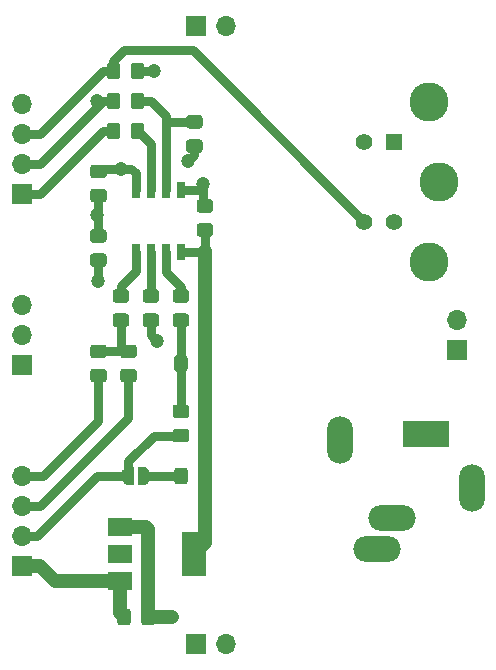
<source format=gbr>
G04 #@! TF.GenerationSoftware,KiCad,Pcbnew,(5.1.6)-1*
G04 #@! TF.CreationDate,2021-03-05T11:33:03+01:00*
G04 #@! TF.ProjectId,rfreplacement,72667265-706c-4616-9365-6d656e742e6b,rev?*
G04 #@! TF.SameCoordinates,Original*
G04 #@! TF.FileFunction,Copper,L1,Top*
G04 #@! TF.FilePolarity,Positive*
%FSLAX46Y46*%
G04 Gerber Fmt 4.6, Leading zero omitted, Abs format (unit mm)*
G04 Created by KiCad (PCBNEW (5.1.6)-1) date 2021-03-05 11:33:03*
%MOMM*%
%LPD*%
G01*
G04 APERTURE LIST*
G04 #@! TA.AperFunction,ComponentPad*
%ADD10O,2.200000X4.000000*%
G04 #@! TD*
G04 #@! TA.AperFunction,ComponentPad*
%ADD11O,4.000000X2.200000*%
G04 #@! TD*
G04 #@! TA.AperFunction,ComponentPad*
%ADD12R,4.000000X2.200000*%
G04 #@! TD*
G04 #@! TA.AperFunction,ComponentPad*
%ADD13C,3.306000*%
G04 #@! TD*
G04 #@! TA.AperFunction,ComponentPad*
%ADD14C,1.398000*%
G04 #@! TD*
G04 #@! TA.AperFunction,ComponentPad*
%ADD15R,1.398000X1.398000*%
G04 #@! TD*
G04 #@! TA.AperFunction,ComponentPad*
%ADD16O,1.700000X1.700000*%
G04 #@! TD*
G04 #@! TA.AperFunction,ComponentPad*
%ADD17R,1.700000X1.700000*%
G04 #@! TD*
G04 #@! TA.AperFunction,SMDPad,CuDef*
%ADD18R,0.800000X1.450000*%
G04 #@! TD*
G04 #@! TA.AperFunction,SMDPad,CuDef*
%ADD19C,0.100000*%
G04 #@! TD*
G04 #@! TA.AperFunction,SMDPad,CuDef*
%ADD20R,2.000000X3.800000*%
G04 #@! TD*
G04 #@! TA.AperFunction,SMDPad,CuDef*
%ADD21R,2.000000X1.500000*%
G04 #@! TD*
G04 #@! TA.AperFunction,ViaPad*
%ADD22C,1.200000*%
G04 #@! TD*
G04 #@! TA.AperFunction,Conductor*
%ADD23C,0.800000*%
G04 #@! TD*
G04 #@! TA.AperFunction,Conductor*
%ADD24C,1.200000*%
G04 #@! TD*
G04 APERTURE END LIST*
D10*
X146050000Y-96012000D03*
D11*
X138050000Y-101212000D03*
X139250000Y-98512000D03*
D10*
X134850000Y-91912000D03*
D12*
X142150000Y-91412000D03*
D13*
X142446000Y-63344000D03*
X142446000Y-76864000D03*
X143256000Y-70104000D03*
D14*
X136956000Y-73454000D03*
X139446000Y-73454000D03*
X136956000Y-66754000D03*
D15*
X139446000Y-66754000D03*
D16*
X125222000Y-56896000D03*
D17*
X122682000Y-56896000D03*
D16*
X125222000Y-109220000D03*
D17*
X122682000Y-109220000D03*
D16*
X144780000Y-81788000D03*
D17*
X144780000Y-84328000D03*
D16*
X107950000Y-80518000D03*
X107950000Y-83058000D03*
D17*
X107950000Y-85598000D03*
D16*
X107950000Y-94996000D03*
X107950000Y-97536000D03*
X107950000Y-100076000D03*
D17*
X107950000Y-102616000D03*
X107950000Y-71120000D03*
D16*
X107950000Y-68580000D03*
X107950000Y-66040000D03*
X107950000Y-63500000D03*
D18*
X121412000Y-70781000D03*
X120142000Y-70781000D03*
X118872000Y-70781000D03*
X117602000Y-70781000D03*
X121412000Y-76031000D03*
X120142000Y-76031000D03*
X118872000Y-76031000D03*
X117602000Y-76031000D03*
G04 #@! TA.AperFunction,SMDPad,CuDef*
G36*
G01*
X119211000Y-106483999D02*
X119211000Y-107384001D01*
G75*
G02*
X118961001Y-107634000I-249999J0D01*
G01*
X118310999Y-107634000D01*
G75*
G02*
X118061000Y-107384001I0J249999D01*
G01*
X118061000Y-106483999D01*
G75*
G02*
X118310999Y-106234000I249999J0D01*
G01*
X118961001Y-106234000D01*
G75*
G02*
X119211000Y-106483999I0J-249999D01*
G01*
G37*
G04 #@! TD.AperFunction*
G04 #@! TA.AperFunction,SMDPad,CuDef*
G36*
G01*
X117161000Y-106483999D02*
X117161000Y-107384001D01*
G75*
G02*
X116911001Y-107634000I-249999J0D01*
G01*
X116260999Y-107634000D01*
G75*
G02*
X116011000Y-107384001I0J249999D01*
G01*
X116011000Y-106483999D01*
G75*
G02*
X116260999Y-106234000I249999J0D01*
G01*
X116911001Y-106234000D01*
G75*
G02*
X117161000Y-106483999I0J-249999D01*
G01*
G37*
G04 #@! TD.AperFunction*
G04 #@! TA.AperFunction,SMDPad,CuDef*
G36*
G01*
X123894001Y-74752000D02*
X122993999Y-74752000D01*
G75*
G02*
X122744000Y-74502001I0J249999D01*
G01*
X122744000Y-73851999D01*
G75*
G02*
X122993999Y-73602000I249999J0D01*
G01*
X123894001Y-73602000D01*
G75*
G02*
X124144000Y-73851999I0J-249999D01*
G01*
X124144000Y-74502001D01*
G75*
G02*
X123894001Y-74752000I-249999J0D01*
G01*
G37*
G04 #@! TD.AperFunction*
G04 #@! TA.AperFunction,SMDPad,CuDef*
G36*
G01*
X123894001Y-72702000D02*
X122993999Y-72702000D01*
G75*
G02*
X122744000Y-72452001I0J249999D01*
G01*
X122744000Y-71801999D01*
G75*
G02*
X122993999Y-71552000I249999J0D01*
G01*
X123894001Y-71552000D01*
G75*
G02*
X124144000Y-71801999I0J-249999D01*
G01*
X124144000Y-72452001D01*
G75*
G02*
X123894001Y-72702000I-249999J0D01*
G01*
G37*
G04 #@! TD.AperFunction*
G04 #@! TA.AperFunction,SMDPad,CuDef*
G36*
G01*
X118421999Y-81231000D02*
X119322001Y-81231000D01*
G75*
G02*
X119572000Y-81480999I0J-249999D01*
G01*
X119572000Y-82131001D01*
G75*
G02*
X119322001Y-82381000I-249999J0D01*
G01*
X118421999Y-82381000D01*
G75*
G02*
X118172000Y-82131001I0J249999D01*
G01*
X118172000Y-81480999D01*
G75*
G02*
X118421999Y-81231000I249999J0D01*
G01*
G37*
G04 #@! TD.AperFunction*
G04 #@! TA.AperFunction,SMDPad,CuDef*
G36*
G01*
X118421999Y-79181000D02*
X119322001Y-79181000D01*
G75*
G02*
X119572000Y-79430999I0J-249999D01*
G01*
X119572000Y-80081001D01*
G75*
G02*
X119322001Y-80331000I-249999J0D01*
G01*
X118421999Y-80331000D01*
G75*
G02*
X118172000Y-80081001I0J249999D01*
G01*
X118172000Y-79430999D01*
G75*
G02*
X118421999Y-79181000I249999J0D01*
G01*
G37*
G04 #@! TD.AperFunction*
G04 #@! TA.AperFunction,SMDPad,CuDef*
G36*
G01*
X116782001Y-82381000D02*
X115881999Y-82381000D01*
G75*
G02*
X115632000Y-82131001I0J249999D01*
G01*
X115632000Y-81480999D01*
G75*
G02*
X115881999Y-81231000I249999J0D01*
G01*
X116782001Y-81231000D01*
G75*
G02*
X117032000Y-81480999I0J-249999D01*
G01*
X117032000Y-82131001D01*
G75*
G02*
X116782001Y-82381000I-249999J0D01*
G01*
G37*
G04 #@! TD.AperFunction*
G04 #@! TA.AperFunction,SMDPad,CuDef*
G36*
G01*
X116782001Y-80331000D02*
X115881999Y-80331000D01*
G75*
G02*
X115632000Y-80081001I0J249999D01*
G01*
X115632000Y-79430999D01*
G75*
G02*
X115881999Y-79181000I249999J0D01*
G01*
X116782001Y-79181000D01*
G75*
G02*
X117032000Y-79430999I0J-249999D01*
G01*
X117032000Y-80081001D01*
G75*
G02*
X116782001Y-80331000I-249999J0D01*
G01*
G37*
G04 #@! TD.AperFunction*
G04 #@! TA.AperFunction,SMDPad,CuDef*
G36*
G01*
X121862001Y-80331000D02*
X120961999Y-80331000D01*
G75*
G02*
X120712000Y-80081001I0J249999D01*
G01*
X120712000Y-79430999D01*
G75*
G02*
X120961999Y-79181000I249999J0D01*
G01*
X121862001Y-79181000D01*
G75*
G02*
X122112000Y-79430999I0J-249999D01*
G01*
X122112000Y-80081001D01*
G75*
G02*
X121862001Y-80331000I-249999J0D01*
G01*
G37*
G04 #@! TD.AperFunction*
G04 #@! TA.AperFunction,SMDPad,CuDef*
G36*
G01*
X121862001Y-82381000D02*
X120961999Y-82381000D01*
G75*
G02*
X120712000Y-82131001I0J249999D01*
G01*
X120712000Y-81480999D01*
G75*
G02*
X120961999Y-81231000I249999J0D01*
G01*
X121862001Y-81231000D01*
G75*
G02*
X122112000Y-81480999I0J-249999D01*
G01*
X122112000Y-82131001D01*
G75*
G02*
X121862001Y-82381000I-249999J0D01*
G01*
G37*
G04 #@! TD.AperFunction*
G04 #@! TA.AperFunction,SMDPad,CuDef*
D19*
G36*
X117767000Y-94246000D02*
G01*
X118267000Y-94246000D01*
X118267000Y-94246602D01*
X118291534Y-94246602D01*
X118340365Y-94251412D01*
X118388490Y-94260984D01*
X118435445Y-94275228D01*
X118480778Y-94294005D01*
X118524051Y-94317136D01*
X118564850Y-94344396D01*
X118602779Y-94375524D01*
X118637476Y-94410221D01*
X118668604Y-94448150D01*
X118695864Y-94488949D01*
X118718995Y-94532222D01*
X118737772Y-94577555D01*
X118752016Y-94624510D01*
X118761588Y-94672635D01*
X118766398Y-94721466D01*
X118766398Y-94746000D01*
X118767000Y-94746000D01*
X118767000Y-95246000D01*
X118766398Y-95246000D01*
X118766398Y-95270534D01*
X118761588Y-95319365D01*
X118752016Y-95367490D01*
X118737772Y-95414445D01*
X118718995Y-95459778D01*
X118695864Y-95503051D01*
X118668604Y-95543850D01*
X118637476Y-95581779D01*
X118602779Y-95616476D01*
X118564850Y-95647604D01*
X118524051Y-95674864D01*
X118480778Y-95697995D01*
X118435445Y-95716772D01*
X118388490Y-95731016D01*
X118340365Y-95740588D01*
X118291534Y-95745398D01*
X118267000Y-95745398D01*
X118267000Y-95746000D01*
X117767000Y-95746000D01*
X117767000Y-94246000D01*
G37*
G04 #@! TD.AperFunction*
G04 #@! TA.AperFunction,SMDPad,CuDef*
G36*
X116967000Y-95745398D02*
G01*
X116942466Y-95745398D01*
X116893635Y-95740588D01*
X116845510Y-95731016D01*
X116798555Y-95716772D01*
X116753222Y-95697995D01*
X116709949Y-95674864D01*
X116669150Y-95647604D01*
X116631221Y-95616476D01*
X116596524Y-95581779D01*
X116565396Y-95543850D01*
X116538136Y-95503051D01*
X116515005Y-95459778D01*
X116496228Y-95414445D01*
X116481984Y-95367490D01*
X116472412Y-95319365D01*
X116467602Y-95270534D01*
X116467602Y-95246000D01*
X116467000Y-95246000D01*
X116467000Y-94746000D01*
X116467602Y-94746000D01*
X116467602Y-94721466D01*
X116472412Y-94672635D01*
X116481984Y-94624510D01*
X116496228Y-94577555D01*
X116515005Y-94532222D01*
X116538136Y-94488949D01*
X116565396Y-94448150D01*
X116596524Y-94410221D01*
X116631221Y-94375524D01*
X116669150Y-94344396D01*
X116709949Y-94317136D01*
X116753222Y-94294005D01*
X116798555Y-94275228D01*
X116845510Y-94260984D01*
X116893635Y-94251412D01*
X116942466Y-94246602D01*
X116967000Y-94246602D01*
X116967000Y-94246000D01*
X117467000Y-94246000D01*
X117467000Y-95746000D01*
X116967000Y-95746000D01*
X116967000Y-95745398D01*
G37*
G04 #@! TD.AperFunction*
G04 #@! TA.AperFunction,SMDPad,CuDef*
G36*
G01*
X114877001Y-71831000D02*
X113976999Y-71831000D01*
G75*
G02*
X113727000Y-71581001I0J249999D01*
G01*
X113727000Y-70930999D01*
G75*
G02*
X113976999Y-70681000I249999J0D01*
G01*
X114877001Y-70681000D01*
G75*
G02*
X115127000Y-70930999I0J-249999D01*
G01*
X115127000Y-71581001D01*
G75*
G02*
X114877001Y-71831000I-249999J0D01*
G01*
G37*
G04 #@! TD.AperFunction*
G04 #@! TA.AperFunction,SMDPad,CuDef*
G36*
G01*
X114877001Y-69781000D02*
X113976999Y-69781000D01*
G75*
G02*
X113727000Y-69531001I0J249999D01*
G01*
X113727000Y-68880999D01*
G75*
G02*
X113976999Y-68631000I249999J0D01*
G01*
X114877001Y-68631000D01*
G75*
G02*
X115127000Y-68880999I0J-249999D01*
G01*
X115127000Y-69531001D01*
G75*
G02*
X114877001Y-69781000I-249999J0D01*
G01*
G37*
G04 #@! TD.AperFunction*
G04 #@! TA.AperFunction,SMDPad,CuDef*
G36*
G01*
X122104999Y-64440000D02*
X123005001Y-64440000D01*
G75*
G02*
X123255000Y-64689999I0J-249999D01*
G01*
X123255000Y-65340001D01*
G75*
G02*
X123005001Y-65590000I-249999J0D01*
G01*
X122104999Y-65590000D01*
G75*
G02*
X121855000Y-65340001I0J249999D01*
G01*
X121855000Y-64689999D01*
G75*
G02*
X122104999Y-64440000I249999J0D01*
G01*
G37*
G04 #@! TD.AperFunction*
G04 #@! TA.AperFunction,SMDPad,CuDef*
G36*
G01*
X122104999Y-66490000D02*
X123005001Y-66490000D01*
G75*
G02*
X123255000Y-66739999I0J-249999D01*
G01*
X123255000Y-67390001D01*
G75*
G02*
X123005001Y-67640000I-249999J0D01*
G01*
X122104999Y-67640000D01*
G75*
G02*
X121855000Y-67390001I0J249999D01*
G01*
X121855000Y-66739999D01*
G75*
G02*
X122104999Y-66490000I249999J0D01*
G01*
G37*
G04 #@! TD.AperFunction*
G04 #@! TA.AperFunction,SMDPad,CuDef*
G36*
G01*
X113976999Y-76151000D02*
X114877001Y-76151000D01*
G75*
G02*
X115127000Y-76400999I0J-249999D01*
G01*
X115127000Y-77051001D01*
G75*
G02*
X114877001Y-77301000I-249999J0D01*
G01*
X113976999Y-77301000D01*
G75*
G02*
X113727000Y-77051001I0J249999D01*
G01*
X113727000Y-76400999D01*
G75*
G02*
X113976999Y-76151000I249999J0D01*
G01*
G37*
G04 #@! TD.AperFunction*
G04 #@! TA.AperFunction,SMDPad,CuDef*
G36*
G01*
X113976999Y-74101000D02*
X114877001Y-74101000D01*
G75*
G02*
X115127000Y-74350999I0J-249999D01*
G01*
X115127000Y-75001001D01*
G75*
G02*
X114877001Y-75251000I-249999J0D01*
G01*
X113976999Y-75251000D01*
G75*
G02*
X113727000Y-75001001I0J249999D01*
G01*
X113727000Y-74350999D01*
G75*
G02*
X113976999Y-74101000I249999J0D01*
G01*
G37*
G04 #@! TD.AperFunction*
G04 #@! TA.AperFunction,SMDPad,CuDef*
G36*
G01*
X117172000Y-61156001D02*
X117172000Y-60255999D01*
G75*
G02*
X117421999Y-60006000I249999J0D01*
G01*
X118072001Y-60006000D01*
G75*
G02*
X118322000Y-60255999I0J-249999D01*
G01*
X118322000Y-61156001D01*
G75*
G02*
X118072001Y-61406000I-249999J0D01*
G01*
X117421999Y-61406000D01*
G75*
G02*
X117172000Y-61156001I0J249999D01*
G01*
G37*
G04 #@! TD.AperFunction*
G04 #@! TA.AperFunction,SMDPad,CuDef*
G36*
G01*
X115122000Y-61156001D02*
X115122000Y-60255999D01*
G75*
G02*
X115371999Y-60006000I249999J0D01*
G01*
X116022001Y-60006000D01*
G75*
G02*
X116272000Y-60255999I0J-249999D01*
G01*
X116272000Y-61156001D01*
G75*
G02*
X116022001Y-61406000I-249999J0D01*
G01*
X115371999Y-61406000D01*
G75*
G02*
X115122000Y-61156001I0J249999D01*
G01*
G37*
G04 #@! TD.AperFunction*
G04 #@! TA.AperFunction,SMDPad,CuDef*
G36*
G01*
X118322000Y-65335999D02*
X118322000Y-66236001D01*
G75*
G02*
X118072001Y-66486000I-249999J0D01*
G01*
X117421999Y-66486000D01*
G75*
G02*
X117172000Y-66236001I0J249999D01*
G01*
X117172000Y-65335999D01*
G75*
G02*
X117421999Y-65086000I249999J0D01*
G01*
X118072001Y-65086000D01*
G75*
G02*
X118322000Y-65335999I0J-249999D01*
G01*
G37*
G04 #@! TD.AperFunction*
G04 #@! TA.AperFunction,SMDPad,CuDef*
G36*
G01*
X116272000Y-65335999D02*
X116272000Y-66236001D01*
G75*
G02*
X116022001Y-66486000I-249999J0D01*
G01*
X115371999Y-66486000D01*
G75*
G02*
X115122000Y-66236001I0J249999D01*
G01*
X115122000Y-65335999D01*
G75*
G02*
X115371999Y-65086000I249999J0D01*
G01*
X116022001Y-65086000D01*
G75*
G02*
X116272000Y-65335999I0J-249999D01*
G01*
G37*
G04 #@! TD.AperFunction*
G04 #@! TA.AperFunction,SMDPad,CuDef*
G36*
G01*
X117172000Y-63696001D02*
X117172000Y-62795999D01*
G75*
G02*
X117421999Y-62546000I249999J0D01*
G01*
X118072001Y-62546000D01*
G75*
G02*
X118322000Y-62795999I0J-249999D01*
G01*
X118322000Y-63696001D01*
G75*
G02*
X118072001Y-63946000I-249999J0D01*
G01*
X117421999Y-63946000D01*
G75*
G02*
X117172000Y-63696001I0J249999D01*
G01*
G37*
G04 #@! TD.AperFunction*
G04 #@! TA.AperFunction,SMDPad,CuDef*
G36*
G01*
X115122000Y-63696001D02*
X115122000Y-62795999D01*
G75*
G02*
X115371999Y-62546000I249999J0D01*
G01*
X116022001Y-62546000D01*
G75*
G02*
X116272000Y-62795999I0J-249999D01*
G01*
X116272000Y-63696001D01*
G75*
G02*
X116022001Y-63946000I-249999J0D01*
G01*
X115371999Y-63946000D01*
G75*
G02*
X115122000Y-63696001I0J249999D01*
G01*
G37*
G04 #@! TD.AperFunction*
G04 #@! TA.AperFunction,SMDPad,CuDef*
G36*
G01*
X124037000Y-94545999D02*
X124037000Y-95446001D01*
G75*
G02*
X123787001Y-95696000I-249999J0D01*
G01*
X123136999Y-95696000D01*
G75*
G02*
X122887000Y-95446001I0J249999D01*
G01*
X122887000Y-94545999D01*
G75*
G02*
X123136999Y-94296000I249999J0D01*
G01*
X123787001Y-94296000D01*
G75*
G02*
X124037000Y-94545999I0J-249999D01*
G01*
G37*
G04 #@! TD.AperFunction*
G04 #@! TA.AperFunction,SMDPad,CuDef*
G36*
G01*
X121987000Y-94545999D02*
X121987000Y-95446001D01*
G75*
G02*
X121737001Y-95696000I-249999J0D01*
G01*
X121086999Y-95696000D01*
G75*
G02*
X120837000Y-95446001I0J249999D01*
G01*
X120837000Y-94545999D01*
G75*
G02*
X121086999Y-94296000I249999J0D01*
G01*
X121737001Y-94296000D01*
G75*
G02*
X121987000Y-94545999I0J-249999D01*
G01*
G37*
G04 #@! TD.AperFunction*
G04 #@! TA.AperFunction,SMDPad,CuDef*
G36*
G01*
X121987000Y-85020999D02*
X121987000Y-85921001D01*
G75*
G02*
X121737001Y-86171000I-249999J0D01*
G01*
X121086999Y-86171000D01*
G75*
G02*
X120837000Y-85921001I0J249999D01*
G01*
X120837000Y-85020999D01*
G75*
G02*
X121086999Y-84771000I249999J0D01*
G01*
X121737001Y-84771000D01*
G75*
G02*
X121987000Y-85020999I0J-249999D01*
G01*
G37*
G04 #@! TD.AperFunction*
G04 #@! TA.AperFunction,SMDPad,CuDef*
G36*
G01*
X124037000Y-85020999D02*
X124037000Y-85921001D01*
G75*
G02*
X123787001Y-86171000I-249999J0D01*
G01*
X123136999Y-86171000D01*
G75*
G02*
X122887000Y-85921001I0J249999D01*
G01*
X122887000Y-85020999D01*
G75*
G02*
X123136999Y-84771000I249999J0D01*
G01*
X123787001Y-84771000D01*
G75*
G02*
X124037000Y-85020999I0J-249999D01*
G01*
G37*
G04 #@! TD.AperFunction*
G04 #@! TA.AperFunction,SMDPad,CuDef*
G36*
G01*
X120961999Y-88951000D02*
X121862001Y-88951000D01*
G75*
G02*
X122112000Y-89200999I0J-249999D01*
G01*
X122112000Y-89851001D01*
G75*
G02*
X121862001Y-90101000I-249999J0D01*
G01*
X120961999Y-90101000D01*
G75*
G02*
X120712000Y-89851001I0J249999D01*
G01*
X120712000Y-89200999D01*
G75*
G02*
X120961999Y-88951000I249999J0D01*
G01*
G37*
G04 #@! TD.AperFunction*
G04 #@! TA.AperFunction,SMDPad,CuDef*
G36*
G01*
X120961999Y-91001000D02*
X121862001Y-91001000D01*
G75*
G02*
X122112000Y-91250999I0J-249999D01*
G01*
X122112000Y-91901001D01*
G75*
G02*
X121862001Y-92151000I-249999J0D01*
G01*
X120961999Y-92151000D01*
G75*
G02*
X120712000Y-91901001I0J249999D01*
G01*
X120712000Y-91250999D01*
G75*
G02*
X120961999Y-91001000I249999J0D01*
G01*
G37*
G04 #@! TD.AperFunction*
G04 #@! TA.AperFunction,SMDPad,CuDef*
G36*
G01*
X114877001Y-85021000D02*
X113976999Y-85021000D01*
G75*
G02*
X113727000Y-84771001I0J249999D01*
G01*
X113727000Y-84120999D01*
G75*
G02*
X113976999Y-83871000I249999J0D01*
G01*
X114877001Y-83871000D01*
G75*
G02*
X115127000Y-84120999I0J-249999D01*
G01*
X115127000Y-84771001D01*
G75*
G02*
X114877001Y-85021000I-249999J0D01*
G01*
G37*
G04 #@! TD.AperFunction*
G04 #@! TA.AperFunction,SMDPad,CuDef*
G36*
G01*
X114877001Y-87071000D02*
X113976999Y-87071000D01*
G75*
G02*
X113727000Y-86821001I0J249999D01*
G01*
X113727000Y-86170999D01*
G75*
G02*
X113976999Y-85921000I249999J0D01*
G01*
X114877001Y-85921000D01*
G75*
G02*
X115127000Y-86170999I0J-249999D01*
G01*
X115127000Y-86821001D01*
G75*
G02*
X114877001Y-87071000I-249999J0D01*
G01*
G37*
G04 #@! TD.AperFunction*
G04 #@! TA.AperFunction,SMDPad,CuDef*
G36*
G01*
X116516999Y-83871000D02*
X117417001Y-83871000D01*
G75*
G02*
X117667000Y-84120999I0J-249999D01*
G01*
X117667000Y-84771001D01*
G75*
G02*
X117417001Y-85021000I-249999J0D01*
G01*
X116516999Y-85021000D01*
G75*
G02*
X116267000Y-84771001I0J249999D01*
G01*
X116267000Y-84120999D01*
G75*
G02*
X116516999Y-83871000I249999J0D01*
G01*
G37*
G04 #@! TD.AperFunction*
G04 #@! TA.AperFunction,SMDPad,CuDef*
G36*
G01*
X116516999Y-85921000D02*
X117417001Y-85921000D01*
G75*
G02*
X117667000Y-86170999I0J-249999D01*
G01*
X117667000Y-86821001D01*
G75*
G02*
X117417001Y-87071000I-249999J0D01*
G01*
X116516999Y-87071000D01*
G75*
G02*
X116267000Y-86821001I0J249999D01*
G01*
X116267000Y-86170999D01*
G75*
G02*
X116516999Y-85921000I249999J0D01*
G01*
G37*
G04 #@! TD.AperFunction*
D20*
X122530000Y-101600000D03*
D21*
X116230000Y-101600000D03*
X116230000Y-103900000D03*
X116230000Y-99300000D03*
D22*
X116332000Y-68961000D03*
X119126000Y-60706000D03*
X114300000Y-72898000D03*
X119380000Y-83566000D03*
X122047000Y-68326000D03*
X114300000Y-63246000D03*
X114427000Y-78486000D03*
X123317000Y-70231000D03*
X120650000Y-106934000D03*
D23*
X116332000Y-78867000D02*
X116332000Y-79756000D01*
X117602000Y-76031000D02*
X117602000Y-77597000D01*
X117602000Y-77597000D02*
X116332000Y-78867000D01*
X118872000Y-76031000D02*
X118872000Y-79756000D01*
X121412000Y-78994000D02*
X121412000Y-79756000D01*
X120142000Y-76031000D02*
X120142000Y-77724000D01*
X120142000Y-77724000D02*
X121412000Y-78994000D01*
D24*
X123462000Y-85471000D02*
X123462000Y-92456000D01*
X123462000Y-85471000D02*
X123462000Y-75946000D01*
D23*
X123377000Y-76031000D02*
X121412000Y-76031000D01*
X123462000Y-75946000D02*
X123377000Y-76031000D01*
X123444000Y-75928000D02*
X123444000Y-74177000D01*
X123462000Y-75946000D02*
X123444000Y-75928000D01*
D24*
X123462000Y-100668000D02*
X123462000Y-93744000D01*
X122530000Y-101600000D02*
X123462000Y-100668000D01*
X123462000Y-93744000D02*
X123462000Y-94996000D01*
X123462000Y-92456000D02*
X123462000Y-93744000D01*
D23*
X114672000Y-68961000D02*
X114427000Y-69206000D01*
X116332000Y-68961000D02*
X114672000Y-68961000D01*
X117180528Y-68961000D02*
X116332000Y-68961000D01*
X117602000Y-70781000D02*
X117602000Y-69382472D01*
X117602000Y-69382472D02*
X117180528Y-68961000D01*
X117747000Y-60706000D02*
X119126000Y-60706000D01*
X118872000Y-66911000D02*
X117747000Y-65786000D01*
X118872000Y-70781000D02*
X118872000Y-66911000D01*
X120142000Y-70781000D02*
X120142000Y-65015000D01*
X122555000Y-65015000D02*
X120142000Y-65015000D01*
X118872000Y-63246000D02*
X117747000Y-63246000D01*
X120142000Y-65015000D02*
X120142000Y-64516000D01*
X120142000Y-64516000D02*
X118872000Y-63246000D01*
D24*
X107950000Y-102616000D02*
X109474000Y-102616000D01*
X110753000Y-103895000D02*
X112776000Y-103895000D01*
X109474000Y-102616000D02*
X110753000Y-103895000D01*
X116225000Y-103895000D02*
X116230000Y-103900000D01*
X112776000Y-103895000D02*
X116225000Y-103895000D01*
X116230000Y-106578000D02*
X116586000Y-106934000D01*
X116230000Y-103900000D02*
X116230000Y-106578000D01*
D23*
X114427000Y-71256000D02*
X114427000Y-72771000D01*
X114427000Y-72771000D02*
X114300000Y-72898000D01*
X114427000Y-73025000D02*
X114300000Y-72898000D01*
X114427000Y-74676000D02*
X114427000Y-73025000D01*
X118872000Y-81806000D02*
X118872000Y-83058000D01*
X118872000Y-83058000D02*
X119380000Y-83566000D01*
X122555000Y-67818000D02*
X122047000Y-68326000D01*
X122555000Y-67065000D02*
X122555000Y-67818000D01*
X116332000Y-81806000D02*
X116332000Y-84446000D01*
X116967000Y-84446000D02*
X116332000Y-84446000D01*
X116332000Y-84446000D02*
X114427000Y-84446000D01*
X121412000Y-89526000D02*
X121412000Y-85471000D01*
X121412000Y-81806000D02*
X121412000Y-85471000D01*
X107950000Y-66040000D02*
X109474000Y-66040000D01*
X114808000Y-60706000D02*
X115697000Y-60706000D01*
X109474000Y-66040000D02*
X114808000Y-60706000D01*
X116586000Y-58928000D02*
X115697000Y-59817000D01*
X122428000Y-58928000D02*
X116586000Y-58928000D01*
X122905990Y-59405990D02*
X122428000Y-58928000D01*
X122907990Y-59405990D02*
X122905990Y-59405990D01*
X115697000Y-59817000D02*
X115697000Y-60706000D01*
X136956000Y-73454000D02*
X122907990Y-59405990D01*
X107950000Y-71120000D02*
X109474000Y-71120000D01*
X114808000Y-65786000D02*
X115697000Y-65786000D01*
X109474000Y-71120000D02*
X114808000Y-65786000D01*
X107950000Y-68580000D02*
X109474000Y-68580000D01*
X114808000Y-63246000D02*
X115697000Y-63246000D01*
X109474000Y-68580000D02*
X114808000Y-63246000D01*
X116967000Y-94996000D02*
X116967000Y-93726000D01*
X119117000Y-91576000D02*
X121412000Y-91576000D01*
X116967000Y-93726000D02*
X119117000Y-91576000D01*
X116713000Y-94742000D02*
X116967000Y-94996000D01*
X107950000Y-100076000D02*
X109220000Y-100076000D01*
X114300000Y-94996000D02*
X116967000Y-94996000D01*
X109220000Y-100076000D02*
X114300000Y-94996000D01*
X114427000Y-87757000D02*
X114427000Y-86496000D01*
X114427000Y-90297000D02*
X114427000Y-87757000D01*
X109728000Y-94996000D02*
X114427000Y-90297000D01*
X107950000Y-94996000D02*
X109728000Y-94996000D01*
X114427000Y-76726000D02*
X114427000Y-78486000D01*
X123105000Y-70781000D02*
X123317000Y-70993000D01*
X121412000Y-70781000D02*
X123105000Y-70781000D01*
X123317000Y-72136000D02*
X123317000Y-70993000D01*
X123317000Y-70993000D02*
X123317000Y-70231000D01*
X109474000Y-97536000D02*
X107950000Y-97536000D01*
X116967000Y-90043000D02*
X109474000Y-97536000D01*
X116967000Y-86496000D02*
X116967000Y-90043000D01*
D24*
X118636000Y-99506000D02*
X118430000Y-99300000D01*
X118430000Y-99300000D02*
X116230000Y-99300000D01*
X118636000Y-106934000D02*
X118636000Y-99506000D01*
X120650000Y-106934000D02*
X118636000Y-106934000D01*
D23*
X118267000Y-94996000D02*
X121412000Y-94996000D01*
M02*

</source>
